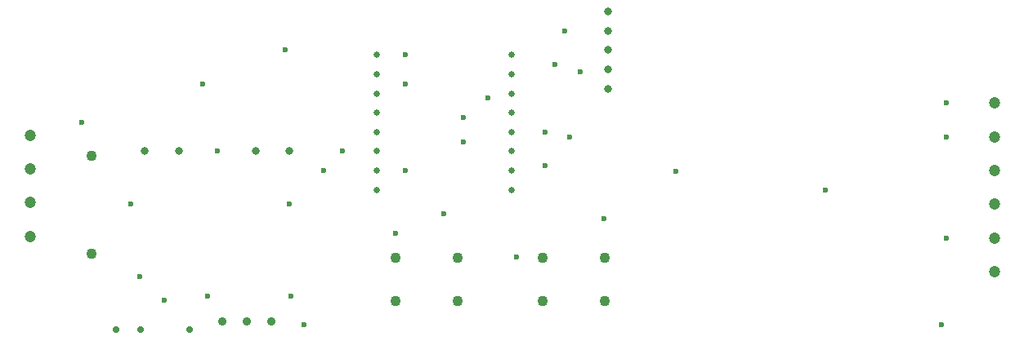
<source format=gbr>
%TF.GenerationSoftware,KiCad,Pcbnew,5.1.10-6.fc34*%
%TF.CreationDate,2021-10-12T15:51:56+02:00*%
%TF.ProjectId,wled-controller,776c6564-2d63-46f6-9e74-726f6c6c6572,rev?*%
%TF.SameCoordinates,Original*%
%TF.FileFunction,Plated,1,2,PTH,Drill*%
%TF.FilePolarity,Positive*%
%FSLAX46Y46*%
G04 Gerber Fmt 4.6, Leading zero omitted, Abs format (unit mm)*
G04 Created by KiCad (PCBNEW 5.1.10-6.fc34) date 2021-10-12 15:51:56*
%MOMM*%
%LPD*%
G01*
G04 APERTURE LIST*
%TA.AperFunction,ViaDrill*%
%ADD10C,0.600000*%
%TD*%
%TA.AperFunction,ComponentDrill*%
%ADD11C,0.650000*%
%TD*%
%TA.AperFunction,ComponentDrill*%
%ADD12C,0.700000*%
%TD*%
%TA.AperFunction,ComponentDrill*%
%ADD13C,0.800000*%
%TD*%
%TA.AperFunction,ComponentDrill*%
%ADD14C,0.900000*%
%TD*%
%TA.AperFunction,ComponentDrill*%
%ADD15C,1.100000*%
%TD*%
%TA.AperFunction,ComponentDrill*%
%ADD16C,1.200000*%
%TD*%
G04 APERTURE END LIST*
D10*
X80500000Y-83500000D03*
X85500000Y-92000000D03*
X86500000Y-99500000D03*
X89000000Y-102000000D03*
X93000000Y-79499994D03*
X93500000Y-101500000D03*
X94500000Y-86500000D03*
X101500000Y-76000000D03*
X102000000Y-92000000D03*
X102149990Y-101500000D03*
X103500000Y-104499998D03*
X105500000Y-88500014D03*
X107500000Y-86500000D03*
X113000000Y-95000000D03*
X114000000Y-88500000D03*
X114000002Y-79500000D03*
X114000016Y-76500000D03*
X118000000Y-93000000D03*
X120000000Y-83000000D03*
X120000006Y-85500000D03*
X122500000Y-81000000D03*
X125499996Y-97500000D03*
X128499990Y-88000000D03*
X128500000Y-84500000D03*
X129499996Y-77499996D03*
X130500002Y-73999998D03*
X131000000Y-85000000D03*
X132117949Y-78281217D03*
X134525000Y-93475000D03*
X142045398Y-88545398D03*
X157500000Y-90500012D03*
X169500012Y-104500000D03*
X170000000Y-81500000D03*
X170000000Y-85000000D03*
X170000000Y-95500000D03*
D11*
%TO.C,U3*%
X111000000Y-76500000D03*
X111000000Y-78500000D03*
X111000000Y-80500000D03*
X111000000Y-82500000D03*
X111000000Y-84500000D03*
X111000000Y-86500000D03*
X111000000Y-88500000D03*
X111000000Y-90500000D03*
X125000000Y-76500000D03*
X125000000Y-78500000D03*
X125000000Y-80500000D03*
X125000000Y-82500000D03*
X125000000Y-84500000D03*
X125000000Y-86500000D03*
X125000000Y-88500000D03*
X125000000Y-90500000D03*
D12*
%TO.C,U5*%
X84000000Y-105000000D03*
X86540000Y-105000000D03*
X91620000Y-105000000D03*
D13*
%TO.C,C1*%
X87000000Y-86500000D03*
X90500000Y-86500000D03*
%TO.C,C4*%
X98500000Y-86500000D03*
X102000000Y-86500000D03*
%TO.C,J3*%
X135000000Y-72000000D03*
X135000000Y-74000000D03*
X135000000Y-76000000D03*
X135000000Y-78000000D03*
X135000000Y-80000000D03*
D14*
%TO.C,U4*%
X95000000Y-104140000D03*
X97540000Y-104140000D03*
X100080000Y-104140000D03*
D15*
%TO.C,D1*%
X81500000Y-87000000D03*
X81500000Y-97160000D03*
%TO.C,SW2*%
X112940000Y-97520000D03*
X112940000Y-102020000D03*
X119440000Y-97520000D03*
X119440000Y-102020000D03*
%TO.C,SW1*%
X128180000Y-97520000D03*
X128180000Y-102020000D03*
X134680000Y-97520000D03*
X134680000Y-102020000D03*
D16*
%TO.C,J1*%
X75120000Y-84820000D03*
X75120000Y-88320000D03*
X75120000Y-91820000D03*
X75120000Y-95320000D03*
%TO.C,J2*%
X175000000Y-81500000D03*
X175000000Y-85000000D03*
X175000000Y-88500000D03*
X175000000Y-92000000D03*
X175000000Y-95500000D03*
X175000000Y-99000000D03*
M02*

</source>
